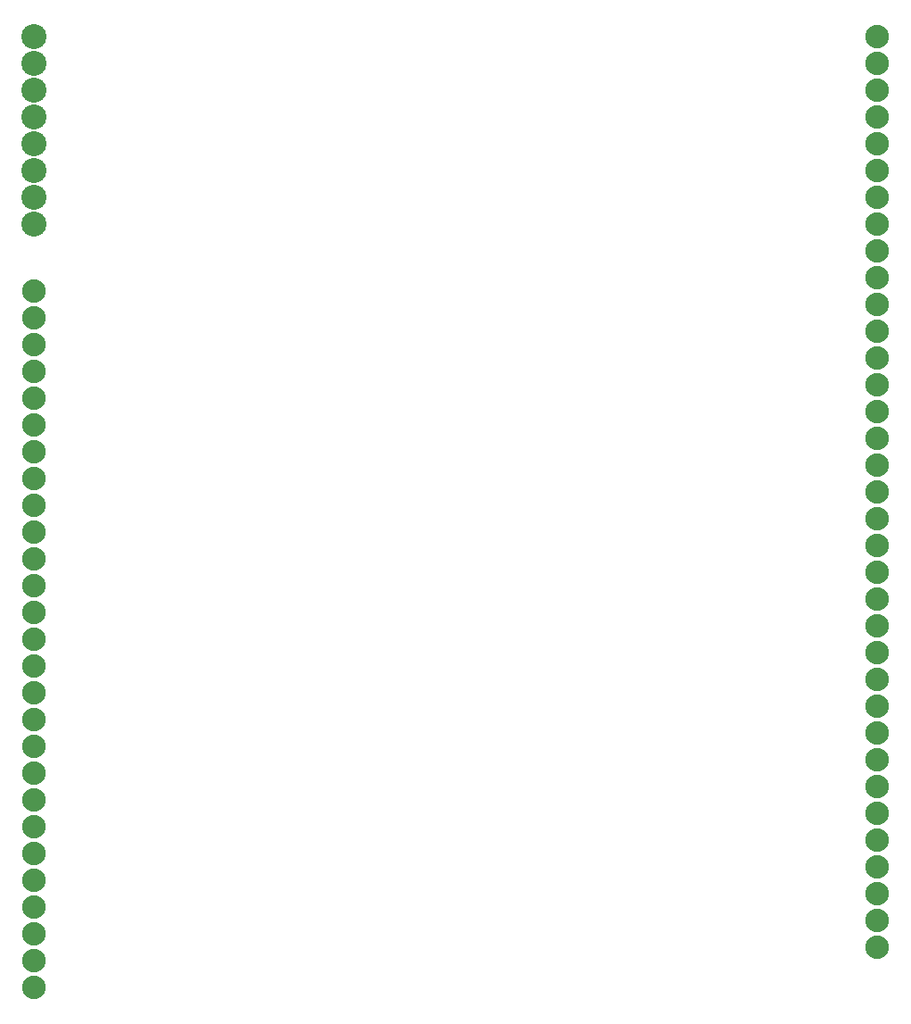
<source format=gbs>
G04 MADE WITH FRITZING*
G04 WWW.FRITZING.ORG*
G04 SINGLE SIDED*
G04 HOLES NOT PLATED*
G04 CONTOUR ON CENTER OF CONTOUR VECTOR*
%ASAXBY*%
%FSLAX23Y23*%
%MOIN*%
%OFA0B0*%
%SFA1.0B1.0*%
%ADD10C,0.093307*%
%ADD11C,0.088000*%
%LNMASK0*%
G90*
G70*
G54D10*
X200Y3687D03*
X200Y3587D03*
X200Y3487D03*
X200Y3387D03*
X200Y3287D03*
X200Y3187D03*
X200Y3087D03*
X200Y2987D03*
G54D11*
X200Y2737D03*
X200Y2637D03*
X200Y2537D03*
X200Y2437D03*
X200Y2337D03*
X200Y2237D03*
X200Y2137D03*
X200Y2037D03*
X200Y1937D03*
X200Y1837D03*
X200Y1737D03*
X200Y1637D03*
X200Y1537D03*
X200Y1437D03*
X200Y1337D03*
X200Y1237D03*
X200Y1137D03*
X200Y1037D03*
X200Y937D03*
X200Y837D03*
X200Y737D03*
X200Y637D03*
X200Y537D03*
X200Y437D03*
X200Y337D03*
X200Y237D03*
X200Y137D03*
X3350Y3687D03*
X3350Y3587D03*
X3350Y3487D03*
X3350Y3387D03*
X3350Y3287D03*
X3350Y3187D03*
X3350Y3087D03*
X3350Y2987D03*
X3350Y2887D03*
X3350Y2787D03*
X3350Y2687D03*
X3350Y2587D03*
X3350Y2487D03*
X3350Y2387D03*
X3350Y2287D03*
X3350Y2187D03*
X3350Y2087D03*
X3350Y1987D03*
X3350Y1887D03*
X3350Y1787D03*
X3350Y1687D03*
X3350Y1587D03*
X3350Y1487D03*
X3350Y1387D03*
X3350Y1287D03*
X3350Y1187D03*
X3350Y1087D03*
X3350Y987D03*
X3350Y887D03*
X3350Y787D03*
X3350Y687D03*
X3350Y587D03*
X3350Y487D03*
X3350Y387D03*
X3350Y287D03*
G04 End of Mask0*
M02*
</source>
